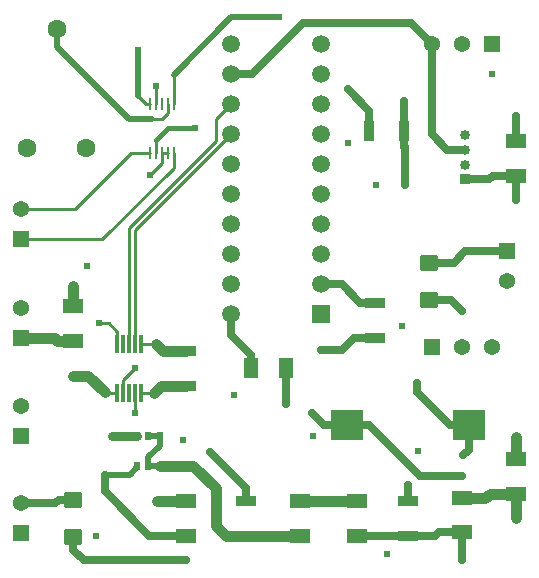
<source format=gbl>
G04 ================== begin FILE IDENTIFICATION RECORD ==================*
G04 Layout Name:  WCSA_SystemSchem_4-Layer.brd*
G04 Film Name:    BOTTOM*
G04 File Format:  Gerber RS274X*
G04 File Origin:  Cadence Allegro -unreleased*
G04 Origin Date:  Wed May  4 17:45:03 2022*
G04 *
G04 Layer:  ETCH/BOTTOM*
G04 Layer:  PIN/BOTTOM*
G04 Layer:  VIA CLASS/BOTTOM*
G04 *
G04 Offset:    (0.00 0.00)*
G04 Mirror:    No*
G04 Mode:      Positive*
G04 Rotation:  0*
G04 FullContactRelief:  No*
G04 UndefLineWidth:     0.00*
G04 ================== end FILE IDENTIFICATION RECORD ====================*
%FSLAX25Y25*MOIN*%
%IR0*IPPOS*OFA0.00000B0.00000*MIA0B0*SFA1.00000B1.00000*%
%ADD18R,.009X.042*%
%ADD14C,.024*%
%ADD15C,.063*%
%ADD26C,.03346*%
%ADD11C,.05394*%
%ADD27R,.03346X.03346*%
%ADD20C,.05937*%
%ADD10R,.05394X.05394*%
%ADD23R,.05937X.05937*%
%ADD22R,.105X.1*%
%ADD17R,.012X.059*%
%ADD16R,.02X.03156*%
%ADD19R,.06811X.03819*%
%ADD24R,.03819X.06811*%
%ADD25R,.07165X.04882*%
%ADD13R,.07165X.04567*%
%ADD21R,.04567X.07165*%
%AMMACRO12*
4,1,40,.03091,-.01924,
.03091,.01924,
.030792,.020582,
.030443,.021884,
.029874,.023105,
.029101,.024209,
.028148,.025162,
.027044,.025935,
.025822,.026504,
.02452,.026853,
.02318,.02697,
-.02318,.02697,
-.024522,.026852,
-.025824,.026503,
-.027045,.025934,
-.028149,.025161,
-.029102,.024208,
-.029875,.023104,
-.030444,.021882,
-.030793,.02058,
-.03091,.01924,
-.03091,-.01924,
-.030792,-.020582,
-.030443,-.021884,
-.029874,-.023105,
-.029101,-.024209,
-.028148,-.025162,
-.027044,-.025935,
-.025822,-.026504,
-.02452,-.026853,
-.02318,-.02697,
.02318,-.02697,
.024522,-.026852,
.025824,-.026503,
.027045,-.025934,
.028149,-.025161,
.029102,-.024208,
.029875,-.023104,
.030444,-.021882,
.030793,-.02058,
.03091,-.01924,
0.0*
%
%ADD12MACRO12*%
%ADD28C,.01*%
%ADD29C,.02*%
%ADD30C,.03*%
%ADD31C,.015*%
%ADD32C,.025*%
%ADD33C,.035*%
%ADD34C,.0095*%
G75*
%LPD*%
G75*
G54D10*
X-80000Y-80000D03*
Y-47500D03*
Y-15000D03*
Y18000D03*
X57000Y-18000D03*
X82000Y14000D03*
X77000Y83000D03*
G54D20*
X-10000Y-7000D03*
Y3000D03*
Y13000D03*
Y23000D03*
Y33000D03*
Y43000D03*
Y53000D03*
Y63000D03*
Y73000D03*
Y83000D03*
X20000Y13000D03*
Y3000D03*
Y43000D03*
Y33000D03*
Y23000D03*
Y63000D03*
Y53000D03*
Y73000D03*
Y83000D03*
G54D11*
X-80000Y-70000D03*
Y-37500D03*
Y-5000D03*
Y28000D03*
X67000Y-18000D03*
Y83000D03*
X57000D03*
X77000Y-18000D03*
X82000Y4000D03*
G54D30*
G01X-41250Y-47600D02*
X-49500D01*
G54D12*
X-62500Y-81299D03*
Y-68780D03*
X56000Y-2299D03*
Y10220D03*
G54D21*
X-3307Y-25000D03*
X8307D03*
G54D31*
G01X-22000Y55000D02*
X-31000D01*
X-34950Y51050D01*
G54D13*
X-62500Y-15807D03*
Y-4193D03*
X-25000Y-80807D03*
Y-69193D03*
X13000Y-80807D03*
Y-69193D03*
X32000Y-80807D03*
Y-69193D03*
X85000Y-55193D03*
Y-66807D03*
Y39193D03*
Y50807D03*
G54D22*
X28750Y-44000D03*
X69250D03*
G54D32*
G01X-62500Y-81299D02*
Y-85500D01*
X-59000Y-89000D01*
X-25000D01*
G01X-80000Y-70000D02*
X-68561D01*
X-67341Y-68780D01*
X-62500D01*
G01X-25000Y-80807D02*
X-33500D01*
G01X-52000Y-60500D02*
Y-66000D01*
X-37193Y-80807D01*
X-33500D01*
G01X-17000Y-53000D02*
X-5000Y-65000D01*
Y-69173D01*
G01X-10000Y-7000D02*
Y-13855D01*
X-6927Y-16928D01*
G01D02*
X-3307Y-20548D01*
Y-25000D01*
G01X-10000Y73000D02*
X-3000D01*
X14000Y90000D01*
X50000D01*
X57000Y83000D01*
G01X28750Y-44000D02*
X21000D01*
X17000Y-40000D01*
G01X8307Y-37000D02*
Y-25000D01*
G01X32000Y-80807D02*
X37333D01*
X37353Y-80827D01*
X49000D01*
G01X67000Y-61000D02*
X53000D01*
X36000Y-44000D01*
X28750D01*
G01X20000Y-19000D02*
X27000D01*
X31173Y-14827D01*
X38000D01*
G01Y-3173D02*
X33173D01*
X27000Y3000D01*
X20000D01*
G01X36173Y54000D02*
Y60827D01*
X29000Y68000D01*
G01X67000Y-79669D02*
X59331D01*
X58173Y-80827D01*
X49000D01*
G01X67000Y-79669D02*
Y-89000D01*
G01X49000Y-64000D02*
Y-69173D01*
G01X69250Y-44000D02*
X63000D01*
X52000Y-33000D01*
Y-30000D01*
G01X67500Y-54000D02*
X69250Y-52250D01*
Y-44000D01*
G01X67000Y-6000D02*
X63299Y-2299D01*
X56000D01*
G01X82000Y14000D02*
X68000D01*
X64220Y10220D01*
X56000D01*
G01X48000Y36000D02*
Y48671D01*
X47827Y48844D01*
Y54000D01*
G01Y64173D02*
Y54000D01*
G01X57000Y83000D02*
Y53001D01*
X62158Y47843D01*
X68000D01*
G01X85000Y39193D02*
Y31000D01*
G01Y39193D02*
X77194D01*
X76001Y38000D01*
X68000D01*
G01X85000Y50807D02*
Y59000D01*
G54D23*
X20000Y-7000D03*
G54D14*
X-62500Y-27500D03*
Y2500D03*
X-58000Y9000D03*
X-55000Y-80827D03*
X-33500Y-80807D03*
X-34807Y-69193D03*
X-52000Y-60500D03*
X-49500Y-47600D03*
X-42000Y-40000D03*
X-54086Y-10000D03*
X-35000Y-16900D03*
X-42000Y-25000D03*
X-37100Y39400D03*
X-34950Y69000D03*
X-41000Y81000D03*
X-25000Y-89000D03*
X-15000Y-75000D03*
X-9000Y-34000D03*
X-17000Y-53000D03*
X-26000Y-48900D03*
X-6927Y-16928D03*
X-22000Y55000D03*
X4000Y-80807D03*
X17000Y-40000D03*
X17500Y-47500D03*
X8307Y-37000D03*
X6000Y92000D03*
X42000Y-87000D03*
X22000Y-69193D03*
X20000Y-19000D03*
X38400Y36000D03*
X29000Y68000D03*
Y50000D03*
X67000Y-89000D03*
Y-61000D03*
X67500Y-54000D03*
X49000Y-64000D03*
X52500Y-52500D03*
X52000Y-30000D03*
X67000Y-6000D03*
X47000Y-11000D03*
X48000Y36000D03*
X47827Y64173D03*
X85000Y-75000D03*
Y-48000D03*
Y31000D03*
Y59000D03*
X77000Y73000D03*
G54D33*
G01X-52000Y-33000D02*
X-57500Y-27500D01*
X-62500D01*
G01Y-15807D02*
X-67833D01*
X-68640Y-15000D01*
X-80000D01*
G01X-62500Y-4193D02*
Y2500D01*
G01X-25000Y-69193D02*
X-34807D01*
G01X-15000Y-75000D02*
Y-65000D01*
X-22600Y-57400D01*
X-33750D01*
G01X-35599Y-33100D02*
X-33326Y-30827D01*
X-25000D01*
G01Y-19173D02*
X-32727D01*
X-35000Y-16900D01*
G01X-5000Y-80827D02*
X-11674D01*
X-15000Y-77501D01*
Y-75000D01*
G01X13000Y-80807D02*
X4000D01*
G01X-5000Y-80827D02*
X-594D01*
X-574Y-80807D01*
X4000D01*
G01X13000Y-69193D02*
X22000D01*
G01X32000D02*
X22000D01*
G01X67000Y-68331D02*
X74668D01*
X76192Y-66807D01*
X85000D01*
G01D02*
Y-75000D01*
G01Y-55193D02*
Y-48000D01*
G54D24*
X36173Y54000D03*
X47827D03*
G54D15*
X-58158Y48630D03*
X-77842D03*
X-68000Y88000D03*
G54D34*
G01X-31000Y63200D02*
Y60000D01*
X-33000Y58000D01*
X-36200D01*
G01X-33000Y46800D02*
Y43500D01*
X-37100Y39400D01*
G01X-34950Y51050D02*
Y46800D01*
G01X-36950Y63200D02*
X-38400D01*
X-41000Y65800D01*
G01X-34950Y63200D02*
Y69000D01*
G01X-31000Y46800D02*
X-33000D01*
G01X-29050Y72950D02*
Y63200D01*
G54D25*
X67000Y-79669D03*
Y-68331D03*
G54D16*
X-41250Y-57400D03*
X-37500D03*
X-33750D03*
Y-47600D03*
X-37500D03*
X-41250D03*
G54D17*
X-46000Y-33100D03*
X-44000D03*
X-42000D03*
X-40100D03*
X-47900D03*
X-40100Y-16900D03*
X-42000D03*
X-44000D03*
X-46000D03*
X-47900D03*
G54D26*
X68000Y42921D03*
Y52764D03*
Y47843D03*
G54D27*
Y38000D03*
G54D18*
X-36950Y46800D03*
X-34950D03*
X-33000D03*
Y63200D03*
X-34950D03*
X-36950D03*
X-31000Y46800D03*
X-29050D03*
Y63200D03*
X-31000D03*
G54D28*
G01X-47900Y-33100D02*
X-51900D01*
X-52000Y-33000D01*
G01X-29050Y46800D02*
Y41950D01*
X-53000Y18000D01*
X-80000D01*
G01Y28000D02*
X-62000D01*
X-43200Y46800D01*
X-36950D01*
G01X-40100Y-33100D02*
X-35599D01*
G01X-42000D02*
Y-40000D01*
G01Y-25000D02*
X-46000Y-29000D01*
Y-33100D01*
G01X-54086Y-10000D02*
X-50800D01*
X-47900Y-12900D01*
Y-16900D01*
G01X-40100D02*
X-35000D01*
G01X-42000D02*
Y21000D01*
X-10000Y53000D01*
G01Y63000D02*
X-15000Y58000D01*
Y50829D01*
X-44000Y21829D01*
Y-16900D01*
G54D19*
X-5000Y-80827D03*
Y-69173D03*
X-25000Y-30827D03*
Y-19173D03*
X38000Y-14827D03*
Y-3173D03*
X49000Y-80827D03*
Y-69173D03*
G54D29*
G01X-36200Y58000D02*
X-44000D01*
X-68000Y82000D01*
Y88000D01*
G01X-33750Y-47600D02*
Y-50751D01*
X-37500Y-54501D01*
Y-57400D01*
G01D02*
X-33750D01*
G01X-52000Y-60500D02*
X-43772D01*
X-41250Y-57978D01*
Y-57400D01*
G01X-37500Y-47600D02*
X-33750D01*
G01X-41000Y65800D02*
Y81000D01*
G01X6000Y92000D02*
X-10000D01*
X-29050Y72950D01*
M02*

</source>
